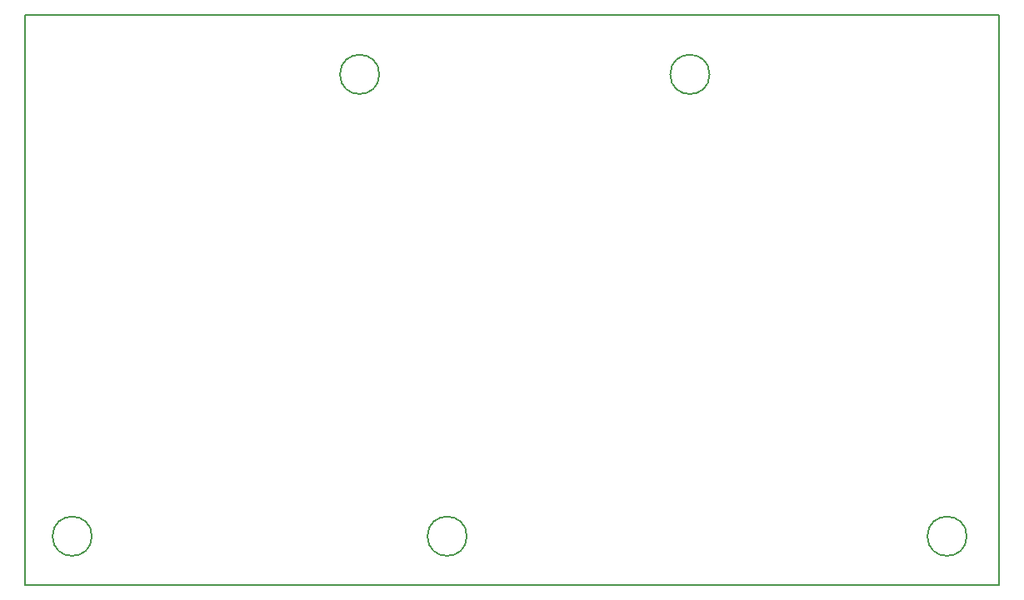
<source format=gbr>
G04 #@! TF.GenerationSoftware,KiCad,Pcbnew,5.0.2+dfsg1-1*
G04 #@! TF.CreationDate,2020-04-17T14:26:07+02:00*
G04 #@! TF.ProjectId,inc-dec,696e632d-6465-4632-9e6b-696361645f70,rev?*
G04 #@! TF.SameCoordinates,Original*
G04 #@! TF.FileFunction,Profile,NP*
%FSLAX46Y46*%
G04 Gerber Fmt 4.6, Leading zero omitted, Abs format (unit mm)*
G04 Created by KiCad (PCBNEW 5.0.2+dfsg1-1) date Fri 17 Apr 2020 02:26:07 PM CEST*
%MOMM*%
%LPD*%
G01*
G04 APERTURE LIST*
%ADD10C,0.200000*%
%ADD11C,0.150000*%
G04 APERTURE END LIST*
D10*
X57880000Y-66040000D02*
G75*
G03X57880000Y-66040000I-2000000J0D01*
G01*
D11*
X13000000Y-13000000D02*
X13000000Y-71000000D01*
X112000000Y-13000000D02*
X112000000Y-71000000D01*
X13000000Y-71000000D02*
X112000000Y-71000000D01*
D10*
X82550000Y-19050000D02*
G75*
G03X82550000Y-19050000I-2000000J0D01*
G01*
X48990000Y-19050000D02*
G75*
G03X48990000Y-19050000I-2000000J0D01*
G01*
D11*
X13000000Y-13000000D02*
X112000000Y-13000000D01*
D10*
X108680000Y-66040000D02*
G75*
G03X108680000Y-66040000I-2000000J0D01*
G01*
X19780000Y-66040000D02*
G75*
G03X19780000Y-66040000I-2000000J0D01*
G01*
M02*

</source>
